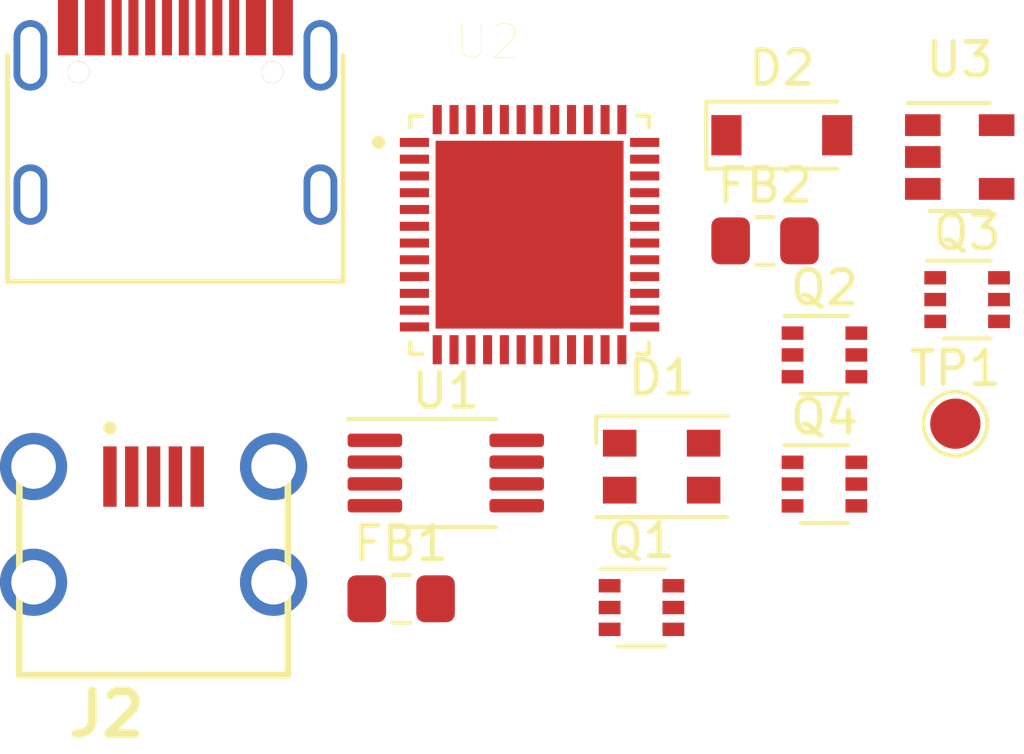
<source format=kicad_pcb>
(kicad_pcb (version 20171130) (host pcbnew "(5.1.9)-1")

  (general
    (thickness 0.8)
    (drawings 0)
    (tracks 0)
    (zones 0)
    (modules 14)
    (nets 62)
  )

  (page A4)
  (title_block
    (date "sam. 04 avril 2015")
  )

  (layers
    (0 F.Cu signal)
    (1 In1.Cu signal)
    (2 In2.Cu signal)
    (31 B.Cu signal)
    (32 B.Adhes user)
    (33 F.Adhes user)
    (34 B.Paste user)
    (35 F.Paste user)
    (36 B.SilkS user)
    (37 F.SilkS user)
    (38 B.Mask user)
    (39 F.Mask user)
    (40 Dwgs.User user)
    (41 Cmts.User user)
    (42 Eco1.User user)
    (43 Eco2.User user)
    (44 Edge.Cuts user)
    (45 Margin user)
    (46 B.CrtYd user)
    (47 F.CrtYd user)
    (48 B.Fab user)
    (49 F.Fab user)
  )

  (setup
    (last_trace_width 0.15)
    (user_trace_width 0.089)
    (user_trace_width 0.1)
    (user_trace_width 0.12)
    (user_trace_width 0.15)
    (user_trace_width 0.2)
    (user_trace_width 0.25)
    (user_trace_width 0.3)
    (user_trace_width 0.8)
    (trace_clearance 0.089)
    (zone_clearance 0.12)
    (zone_45_only yes)
    (trace_min 0.089)
    (via_size 0.5)
    (via_drill 0.2)
    (via_min_size 0.5)
    (via_min_drill 0.2)
    (user_via 0.5 0.2)
    (uvia_size 0.3)
    (uvia_drill 0.1)
    (uvias_allowed no)
    (uvia_min_size 0.2)
    (uvia_min_drill 0.1)
    (edge_width 0.1)
    (segment_width 0.1)
    (pcb_text_width 0.3)
    (pcb_text_size 1.5 1.5)
    (mod_edge_width 0.15)
    (mod_text_size 0 0)
    (mod_text_width 0)
    (pad_size 3 3)
    (pad_drill 1)
    (pad_to_mask_clearance 0.025)
    (solder_mask_min_width 0.05)
    (pad_to_paste_clearance -0.01)
    (aux_axis_origin 121.5 101.2)
    (grid_origin 121.5 101.2)
    (visible_elements 7FFFFF9F)
    (pcbplotparams
      (layerselection 0x010fc_ffffffff)
      (usegerberextensions true)
      (usegerberattributes false)
      (usegerberadvancedattributes false)
      (creategerberjobfile false)
      (excludeedgelayer true)
      (linewidth 0.100000)
      (plotframeref false)
      (viasonmask false)
      (mode 1)
      (useauxorigin true)
      (hpglpennumber 1)
      (hpglpenspeed 20)
      (hpglpendiameter 15.000000)
      (psnegative false)
      (psa4output false)
      (plotreference false)
      (plotvalue false)
      (plotinvisibletext false)
      (padsonsilk false)
      (subtractmaskfromsilk false)
      (outputformat 1)
      (mirror false)
      (drillshape 0)
      (scaleselection 1)
      (outputdirectory "output/gerber"))
  )

  (net 0 "")
  (net 1 GND)
  (net 2 +3V3)
  (net 3 /USB_B_D_P)
  (net 4 /USB_B_D_N)
  (net 5 "Net-(Q2-Pad6)")
  (net 6 /CC1_TX_EN)
  (net 7 /CC1_TX_DATA)
  (net 8 "Net-(Q2-Pad3)")
  (net 9 /CC2_TX_EN)
  (net 10 /CC2_TX_DATA)
  (net 11 "Net-(Q3-Pad3)")
  (net 12 /BOOT)
  (net 13 /USB_B_ID)
  (net 14 /CC1_RP3A0)
  (net 15 /CC1_RA)
  (net 16 /CC2_RA)
  (net 17 /CC1_RP1A5)
  (net 18 /CC2_RP1A5)
  (net 19 /CC1_RD)
  (net 20 /CC2_RD)
  (net 21 /CC1_RPUSB)
  (net 22 /CC2_RPUSB)
  (net 23 /VBUS_ALERT_L)
  (net 24 /SDA)
  (net 25 /SCL)
  (net 26 /CC2_BUF)
  (net 27 /CC1_BUF)
  (net 28 /TX_CLKOUT)
  (net 29 /UART_RX)
  (net 30 /UART_TX)
  (net 31 /LED_B_L)
  (net 32 /LED_R_L)
  (net 33 /LED_G_L)
  (net 34 /TX_CLKIN)
  (net 35 /DAC)
  (net 36 /NRST)
  (net 37 /OSC_OUT)
  (net 38 /OSC_IN)
  (net 39 "Net-(D1-Pad2)")
  (net 40 "Net-(D1-Pad3)")
  (net 41 "Net-(D1-Pad4)")
  (net 42 "Net-(D2-Pad1)")
  (net 43 "Net-(C4-Pad1)")
  (net 44 "Net-(C8-Pad1)")
  (net 45 /CC2_RECEP)
  (net 46 /SBUS2)
  (net 47 /USBC_D+)
  (net 48 /USBC_D-)
  (net 49 /CC1_RECEP)
  (net 50 /SBUS1)
  (net 51 /VBUS_RECEP)
  (net 52 "Net-(Q1-Pad6)")
  (net 53 /CC1)
  (net 54 "Net-(Q1-Pad5)")
  (net 55 /CC2)
  (net 56 "Net-(Q3-Pad2)")
  (net 57 "Net-(U2-Pad4)")
  (net 58 "Net-(U2-Pad19)")
  (net 59 "Net-(U2-Pad18)")
  (net 60 /VCONN_ALERT_L)
  (net 61 "Net-(U3-Pad4)")

  (net_class Default "This is the default net class."
    (clearance 0.089)
    (trace_width 0.15)
    (via_dia 0.5)
    (via_drill 0.2)
    (uvia_dia 0.3)
    (uvia_drill 0.1)
    (diff_pair_width 0.115)
    (diff_pair_gap 0.127)
    (add_net +3V3)
    (add_net /BOOT)
    (add_net /CC1)
    (add_net /CC1_BUF)
    (add_net /CC1_RA)
    (add_net /CC1_RD)
    (add_net /CC1_RECEP)
    (add_net /CC1_RP1A5)
    (add_net /CC1_RP3A0)
    (add_net /CC1_RPUSB)
    (add_net /CC1_TX_DATA)
    (add_net /CC1_TX_EN)
    (add_net /CC2)
    (add_net /CC2_BUF)
    (add_net /CC2_RA)
    (add_net /CC2_RD)
    (add_net /CC2_RECEP)
    (add_net /CC2_RP1A5)
    (add_net /CC2_RPUSB)
    (add_net /CC2_TX_DATA)
    (add_net /CC2_TX_EN)
    (add_net /DAC)
    (add_net /LED_B_L)
    (add_net /LED_G_L)
    (add_net /LED_R_L)
    (add_net /NRST)
    (add_net /OSC_IN)
    (add_net /OSC_OUT)
    (add_net /SBUS1)
    (add_net /SBUS2)
    (add_net /SCL)
    (add_net /SDA)
    (add_net /TX_CLKIN)
    (add_net /TX_CLKOUT)
    (add_net /UART_RX)
    (add_net /UART_TX)
    (add_net /USBC_D+)
    (add_net /USBC_D-)
    (add_net /USB_B_D_N)
    (add_net /USB_B_D_P)
    (add_net /USB_B_ID)
    (add_net /VBUS_ALERT_L)
    (add_net /VBUS_RECEP)
    (add_net /VCONN_ALERT_L)
    (add_net GND)
    (add_net "Net-(C4-Pad1)")
    (add_net "Net-(C8-Pad1)")
    (add_net "Net-(D1-Pad2)")
    (add_net "Net-(D1-Pad3)")
    (add_net "Net-(D1-Pad4)")
    (add_net "Net-(D2-Pad1)")
    (add_net "Net-(Q1-Pad5)")
    (add_net "Net-(Q1-Pad6)")
    (add_net "Net-(Q2-Pad3)")
    (add_net "Net-(Q2-Pad6)")
    (add_net "Net-(Q3-Pad2)")
    (add_net "Net-(Q3-Pad3)")
    (add_net "Net-(U2-Pad18)")
    (add_net "Net-(U2-Pad19)")
    (add_net "Net-(U2-Pad4)")
    (add_net "Net-(U3-Pad4)")
  )

  (module Package_TO_SOT_SMD:SOT-23-5 (layer F.Cu) (tedit 5A02FF57) (tstamp 60395A5B)
    (at 164.59126 82.18084)
    (descr "5-pin SOT23 package")
    (tags SOT-23-5)
    (path /626CB42B)
    (attr smd)
    (fp_text reference U3 (at 0 -2.9) (layer F.SilkS)
      (effects (font (size 1 1) (thickness 0.15)))
    )
    (fp_text value AP2112K (at 0 2.9) (layer F.Fab)
      (effects (font (size 1 1) (thickness 0.15)))
    )
    (fp_text user %R (at 0 0 90) (layer F.Fab)
      (effects (font (size 0.5 0.5) (thickness 0.075)))
    )
    (fp_line (start -0.9 1.61) (end 0.9 1.61) (layer F.SilkS) (width 0.12))
    (fp_line (start 0.9 -1.61) (end -1.55 -1.61) (layer F.SilkS) (width 0.12))
    (fp_line (start -1.9 -1.8) (end 1.9 -1.8) (layer F.CrtYd) (width 0.05))
    (fp_line (start 1.9 -1.8) (end 1.9 1.8) (layer F.CrtYd) (width 0.05))
    (fp_line (start 1.9 1.8) (end -1.9 1.8) (layer F.CrtYd) (width 0.05))
    (fp_line (start -1.9 1.8) (end -1.9 -1.8) (layer F.CrtYd) (width 0.05))
    (fp_line (start -0.9 -0.9) (end -0.25 -1.55) (layer F.Fab) (width 0.1))
    (fp_line (start 0.9 -1.55) (end -0.25 -1.55) (layer F.Fab) (width 0.1))
    (fp_line (start -0.9 -0.9) (end -0.9 1.55) (layer F.Fab) (width 0.1))
    (fp_line (start 0.9 1.55) (end -0.9 1.55) (layer F.Fab) (width 0.1))
    (fp_line (start 0.9 -1.55) (end 0.9 1.55) (layer F.Fab) (width 0.1))
    (pad 5 smd rect (at 1.1 -0.95) (size 1.06 0.65) (layers F.Cu F.Paste F.Mask)
      (net 2 +3V3))
    (pad 4 smd rect (at 1.1 0.95) (size 1.06 0.65) (layers F.Cu F.Paste F.Mask)
      (net 61 "Net-(U3-Pad4)"))
    (pad 3 smd rect (at -1.1 0.95) (size 1.06 0.65) (layers F.Cu F.Paste F.Mask)
      (net 44 "Net-(C8-Pad1)"))
    (pad 2 smd rect (at -1.1 0) (size 1.06 0.65) (layers F.Cu F.Paste F.Mask)
      (net 1 GND))
    (pad 1 smd rect (at -1.1 -0.95) (size 1.06 0.65) (layers F.Cu F.Paste F.Mask)
      (net 44 "Net-(C8-Pad1)"))
    (model ${KISYS3DMOD}/Package_TO_SOT_SMD.3dshapes/SOT-23-5.wrl
      (at (xyz 0 0 0))
      (scale (xyz 1 1 1))
      (rotate (xyz 0 0 0))
    )
  )

  (module "QFN50P700X700X60-49N(1):QFN50P700X700X60-49N" (layer F.Cu) (tedit 60343ADC) (tstamp 60395A46)
    (at 151.77626 84.49584)
    (path /5CA258F0)
    (fp_text reference U2 (at -1.245 -5.75) (layer F.SilkS)
      (effects (font (size 1 1) (thickness 0.015)))
    )
    (fp_text value STM32F072CBUx (at 8.28 5.75) (layer F.Fab)
      (effects (font (size 1 1) (thickness 0.015)))
    )
    (fp_poly (pts (xy -2.29 -2.29) (xy -0.51 -2.29) (xy -0.51 -0.51) (xy -2.29 -0.51)) (layer F.Paste) (width 0.01))
    (fp_poly (pts (xy 0.51 -2.29) (xy 2.29 -2.29) (xy 2.29 -0.51) (xy 0.51 -0.51)) (layer F.Paste) (width 0.01))
    (fp_poly (pts (xy -2.29 0.51) (xy -0.51 0.51) (xy -0.51 2.29) (xy -2.29 2.29)) (layer F.Paste) (width 0.01))
    (fp_poly (pts (xy 0.51 0.51) (xy 2.29 0.51) (xy 2.29 2.29) (xy 0.51 2.29)) (layer F.Paste) (width 0.01))
    (fp_circle (center -4.5 -2.75) (end -4.4 -2.75) (layer F.SilkS) (width 0.2))
    (fp_circle (center -4.5 -2.75) (end -4.4 -2.75) (layer F.Fab) (width 0.2))
    (fp_line (start 3.55 3.55) (end -3.55 3.55) (layer F.Fab) (width 0.127))
    (fp_line (start 3.55 -3.55) (end -3.55 -3.55) (layer F.Fab) (width 0.127))
    (fp_line (start 3.55 3.55) (end 3.55 -3.55) (layer F.Fab) (width 0.127))
    (fp_line (start -3.55 3.55) (end -3.55 -3.55) (layer F.Fab) (width 0.127))
    (fp_line (start 3.55 3.55) (end 3.205 3.55) (layer F.SilkS) (width 0.127))
    (fp_line (start 3.55 -3.55) (end 3.205 -3.55) (layer F.SilkS) (width 0.127))
    (fp_line (start -3.55 3.55) (end -3.205 3.55) (layer F.SilkS) (width 0.127))
    (fp_line (start -3.55 -3.55) (end -3.205 -3.55) (layer F.SilkS) (width 0.127))
    (fp_line (start 3.55 3.55) (end 3.55 3.205) (layer F.SilkS) (width 0.127))
    (fp_line (start 3.55 -3.55) (end 3.55 -3.205) (layer F.SilkS) (width 0.127))
    (fp_line (start -3.55 3.55) (end -3.55 3.205) (layer F.SilkS) (width 0.127))
    (fp_line (start -3.55 -3.55) (end -3.55 -3.205) (layer F.SilkS) (width 0.127))
    (fp_line (start -4.115 4.115) (end 4.115 4.115) (layer F.CrtYd) (width 0.05))
    (fp_line (start -4.115 -4.115) (end 4.115 -4.115) (layer F.CrtYd) (width 0.05))
    (fp_line (start -4.115 4.115) (end -4.115 -4.115) (layer F.CrtYd) (width 0.05))
    (fp_line (start 4.115 4.115) (end 4.115 -4.115) (layer F.CrtYd) (width 0.05))
    (pad 49 smd rect (at 0 0) (size 5.6 5.6) (layers F.Cu F.Mask)
      (net 1 GND))
    (pad 36 smd rect (at 3.43 -2.75) (size 0.87 0.27) (layers F.Cu F.Paste F.Mask)
      (net 2 +3V3))
    (pad 35 smd rect (at 3.43 -2.25) (size 0.87 0.27) (layers F.Cu F.Paste F.Mask)
      (net 1 GND))
    (pad 34 smd rect (at 3.43 -1.75) (size 0.87 0.27) (layers F.Cu F.Paste F.Mask)
      (net 6 /CC1_TX_EN))
    (pad 33 smd rect (at 3.43 -1.25) (size 0.87 0.27) (layers F.Cu F.Paste F.Mask)
      (net 3 /USB_B_D_P))
    (pad 32 smd rect (at 3.43 -0.75) (size 0.87 0.27) (layers F.Cu F.Paste F.Mask)
      (net 4 /USB_B_D_N))
    (pad 31 smd rect (at 3.43 -0.25) (size 0.87 0.27) (layers F.Cu F.Paste F.Mask)
      (net 29 /UART_RX))
    (pad 30 smd rect (at 3.43 0.25) (size 0.87 0.27) (layers F.Cu F.Paste F.Mask)
      (net 30 /UART_TX))
    (pad 29 smd rect (at 3.43 0.75) (size 0.87 0.27) (layers F.Cu F.Paste F.Mask)
      (net 16 /CC2_RA))
    (pad 28 smd rect (at 3.43 1.25) (size 0.87 0.27) (layers F.Cu F.Paste F.Mask)
      (net 18 /CC2_RP1A5))
    (pad 27 smd rect (at 3.43 1.75) (size 0.87 0.27) (layers F.Cu F.Paste F.Mask)
      (net 31 /LED_B_L))
    (pad 26 smd rect (at 3.43 2.25) (size 0.87 0.27) (layers F.Cu F.Paste F.Mask)
      (net 20 /CC2_RD))
    (pad 25 smd rect (at 3.43 2.75) (size 0.87 0.27) (layers F.Cu F.Paste F.Mask)
      (net 22 /CC2_RPUSB))
    (pad 12 smd rect (at -3.43 2.75) (size 0.87 0.27) (layers F.Cu F.Paste F.Mask)
      (net 1 GND))
    (pad 11 smd rect (at -3.43 2.25) (size 0.87 0.27) (layers F.Cu F.Paste F.Mask)
      (net 27 /CC1_BUF))
    (pad 10 smd rect (at -3.43 1.75) (size 0.87 0.27) (layers F.Cu F.Paste F.Mask)
      (net 1 GND))
    (pad 9 smd rect (at -3.43 1.25) (size 0.87 0.27) (layers F.Cu F.Paste F.Mask)
      (net 43 "Net-(C4-Pad1)"))
    (pad 8 smd rect (at -3.43 0.75) (size 0.87 0.27) (layers F.Cu F.Paste F.Mask)
      (net 1 GND))
    (pad 7 smd rect (at -3.43 0.25) (size 0.87 0.27) (layers F.Cu F.Paste F.Mask)
      (net 36 /NRST))
    (pad 6 smd rect (at -3.43 -0.25) (size 0.87 0.27) (layers F.Cu F.Paste F.Mask)
      (net 37 /OSC_OUT))
    (pad 5 smd rect (at -3.43 -0.75) (size 0.87 0.27) (layers F.Cu F.Paste F.Mask)
      (net 38 /OSC_IN))
    (pad 4 smd rect (at -3.43 -1.25) (size 0.87 0.27) (layers F.Cu F.Paste F.Mask)
      (net 57 "Net-(U2-Pad4)"))
    (pad 3 smd rect (at -3.43 -1.75) (size 0.87 0.27) (layers F.Cu F.Paste F.Mask)
      (net 14 /CC1_RP3A0))
    (pad 2 smd rect (at -3.43 -2.25) (size 0.87 0.27) (layers F.Cu F.Paste F.Mask)
      (net 9 /CC2_TX_EN))
    (pad 1 smd rect (at -3.43 -2.75) (size 0.87 0.27) (layers F.Cu F.Paste F.Mask)
      (net 2 +3V3))
    (pad 48 smd rect (at -2.75 -3.43) (size 0.27 0.87) (layers F.Cu F.Paste F.Mask)
      (net 2 +3V3))
    (pad 47 smd rect (at -2.25 -3.43) (size 0.27 0.87) (layers F.Cu F.Paste F.Mask)
      (net 1 GND))
    (pad 46 smd rect (at -1.75 -3.43) (size 0.27 0.87) (layers F.Cu F.Paste F.Mask)
      (net 28 /TX_CLKOUT))
    (pad 45 smd rect (at -1.25 -3.43) (size 0.27 0.87) (layers F.Cu F.Paste F.Mask)
      (net 15 /CC1_RA))
    (pad 44 smd rect (at -0.75 -3.43) (size 0.27 0.87) (layers F.Cu F.Paste F.Mask)
      (net 12 /BOOT))
    (pad 43 smd rect (at -0.25 -3.43) (size 0.27 0.87) (layers F.Cu F.Paste F.Mask)
      (net 24 /SDA))
    (pad 42 smd rect (at 0.25 -3.43) (size 0.27 0.87) (layers F.Cu F.Paste F.Mask)
      (net 25 /SCL))
    (pad 41 smd rect (at 0.75 -3.43) (size 0.27 0.87) (layers F.Cu F.Paste F.Mask)
      (net 17 /CC1_RP1A5))
    (pad 40 smd rect (at 1.25 -3.43) (size 0.27 0.87) (layers F.Cu F.Paste F.Mask)
      (net 7 /CC1_TX_DATA))
    (pad 39 smd rect (at 1.75 -3.43) (size 0.27 0.87) (layers F.Cu F.Paste F.Mask)
      (net 19 /CC1_RD))
    (pad 38 smd rect (at 2.25 -3.43) (size 0.27 0.87) (layers F.Cu F.Paste F.Mask)
      (net 14 /CC1_RP3A0))
    (pad 37 smd rect (at 2.75 -3.43) (size 0.27 0.87) (layers F.Cu F.Paste F.Mask)
      (net 21 /CC1_RPUSB))
    (pad 24 smd rect (at 2.75 3.43) (size 0.27 0.87) (layers F.Cu F.Paste F.Mask)
      (net 2 +3V3))
    (pad 23 smd rect (at 2.25 3.43) (size 0.27 0.87) (layers F.Cu F.Paste F.Mask)
      (net 1 GND))
    (pad 22 smd rect (at 1.75 3.43) (size 0.27 0.87) (layers F.Cu F.Paste F.Mask)
      (net 32 /LED_R_L))
    (pad 21 smd rect (at 1.25 3.43) (size 0.27 0.87) (layers F.Cu F.Paste F.Mask)
      (net 33 /LED_G_L))
    (pad 20 smd rect (at 0.75 3.43) (size 0.27 0.87) (layers F.Cu F.Paste F.Mask)
      (net 23 /VBUS_ALERT_L))
    (pad 19 smd rect (at 0.25 3.43) (size 0.27 0.87) (layers F.Cu F.Paste F.Mask)
      (net 58 "Net-(U2-Pad19)"))
    (pad 18 smd rect (at -0.25 3.43) (size 0.27 0.87) (layers F.Cu F.Paste F.Mask)
      (net 59 "Net-(U2-Pad18)"))
    (pad 17 smd rect (at -0.75 3.43) (size 0.27 0.87) (layers F.Cu F.Paste F.Mask)
      (net 60 /VCONN_ALERT_L))
    (pad 16 smd rect (at -1.25 3.43) (size 0.27 0.87) (layers F.Cu F.Paste F.Mask)
      (net 10 /CC2_TX_DATA))
    (pad 15 smd rect (at -1.75 3.43) (size 0.27 0.87) (layers F.Cu F.Paste F.Mask)
      (net 34 /TX_CLKIN))
    (pad 14 smd rect (at -2.25 3.43) (size 0.27 0.87) (layers F.Cu F.Paste F.Mask)
      (net 35 /DAC))
    (pad 13 smd rect (at -2.75 3.43) (size 0.27 0.87) (layers F.Cu F.Paste F.Mask)
      (net 26 /CC2_BUF))
  )

  (module Package_SO:MSOP-8_3x3mm_P0.65mm (layer F.Cu) (tedit 5E509FDD) (tstamp 603959FB)
    (at 149.28126 91.60084)
    (descr "MSOP, 8 Pin (https://www.jedec.org/system/files/docs/mo-187F.pdf variant AA), generated with kicad-footprint-generator ipc_gullwing_generator.py")
    (tags "MSOP SO")
    (path /6173663C)
    (attr smd)
    (fp_text reference U1 (at 0 -2.45) (layer F.SilkS)
      (effects (font (size 1 1) (thickness 0.15)))
    )
    (fp_text value AD8606ARMZ-REEL (at 0 2.45) (layer F.Fab)
      (effects (font (size 1 1) (thickness 0.15)))
    )
    (fp_text user %R (at 0 0) (layer F.Fab)
      (effects (font (size 0.75 0.75) (thickness 0.11)))
    )
    (fp_line (start 0 1.61) (end 1.5 1.61) (layer F.SilkS) (width 0.12))
    (fp_line (start 0 1.61) (end -1.5 1.61) (layer F.SilkS) (width 0.12))
    (fp_line (start 0 -1.61) (end 1.5 -1.61) (layer F.SilkS) (width 0.12))
    (fp_line (start 0 -1.61) (end -2.925 -1.61) (layer F.SilkS) (width 0.12))
    (fp_line (start -0.75 -1.5) (end 1.5 -1.5) (layer F.Fab) (width 0.1))
    (fp_line (start 1.5 -1.5) (end 1.5 1.5) (layer F.Fab) (width 0.1))
    (fp_line (start 1.5 1.5) (end -1.5 1.5) (layer F.Fab) (width 0.1))
    (fp_line (start -1.5 1.5) (end -1.5 -0.75) (layer F.Fab) (width 0.1))
    (fp_line (start -1.5 -0.75) (end -0.75 -1.5) (layer F.Fab) (width 0.1))
    (fp_line (start -3.18 -1.75) (end -3.18 1.75) (layer F.CrtYd) (width 0.05))
    (fp_line (start -3.18 1.75) (end 3.18 1.75) (layer F.CrtYd) (width 0.05))
    (fp_line (start 3.18 1.75) (end 3.18 -1.75) (layer F.CrtYd) (width 0.05))
    (fp_line (start 3.18 -1.75) (end -3.18 -1.75) (layer F.CrtYd) (width 0.05))
    (pad 8 smd roundrect (at 2.1125 -0.975) (size 1.625 0.4) (layers F.Cu F.Paste F.Mask) (roundrect_rratio 0.25))
    (pad 7 smd roundrect (at 2.1125 -0.325) (size 1.625 0.4) (layers F.Cu F.Paste F.Mask) (roundrect_rratio 0.25)
      (net 26 /CC2_BUF))
    (pad 6 smd roundrect (at 2.1125 0.325) (size 1.625 0.4) (layers F.Cu F.Paste F.Mask) (roundrect_rratio 0.25)
      (net 26 /CC2_BUF))
    (pad 5 smd roundrect (at 2.1125 0.975) (size 1.625 0.4) (layers F.Cu F.Paste F.Mask) (roundrect_rratio 0.25)
      (net 55 /CC2))
    (pad 4 smd roundrect (at -2.1125 0.975) (size 1.625 0.4) (layers F.Cu F.Paste F.Mask) (roundrect_rratio 0.25))
    (pad 3 smd roundrect (at -2.1125 0.325) (size 1.625 0.4) (layers F.Cu F.Paste F.Mask) (roundrect_rratio 0.25)
      (net 53 /CC1))
    (pad 2 smd roundrect (at -2.1125 -0.325) (size 1.625 0.4) (layers F.Cu F.Paste F.Mask) (roundrect_rratio 0.25)
      (net 27 /CC1_BUF))
    (pad 1 smd roundrect (at -2.1125 -0.975) (size 1.625 0.4) (layers F.Cu F.Paste F.Mask) (roundrect_rratio 0.25)
      (net 27 /CC1_BUF))
    (model ${KISYS3DMOD}/Package_SO.3dshapes/MSOP-8_3x3mm_P0.65mm.wrl
      (at (xyz 0 0 0))
      (scale (xyz 1 1 1))
      (rotate (xyz 0 0 0))
    )
  )

  (module TestPoint:TestPoint_Pad_D1.5mm (layer F.Cu) (tedit 5A0F774F) (tstamp 603959E1)
    (at 164.46126 90.13084)
    (descr "SMD pad as test Point, diameter 1.5mm")
    (tags "test point SMD pad")
    (path /6069BFA5)
    (attr virtual)
    (fp_text reference TP1 (at 0 -1.648) (layer F.SilkS)
      (effects (font (size 1 1) (thickness 0.15)))
    )
    (fp_text value TestPoint (at 0 1.75) (layer F.Fab)
      (effects (font (size 1 1) (thickness 0.15)))
    )
    (fp_text user %R (at 0 -1.65) (layer F.Fab)
      (effects (font (size 1 1) (thickness 0.15)))
    )
    (fp_circle (center 0 0) (end 1.25 0) (layer F.CrtYd) (width 0.05))
    (fp_circle (center 0 0) (end 0 0.95) (layer F.SilkS) (width 0.12))
    (pad 1 smd circle (at 0 0) (size 1.5 1.5) (layers F.Cu F.Mask)
      (net 36 /NRST))
  )

  (module Package_TO_SOT_SMD:SOT-363_SC-70-6 (layer F.Cu) (tedit 5A02FF57) (tstamp 603959D9)
    (at 160.56126 91.93084)
    (descr "SOT-363, SC-70-6")
    (tags "SOT-363 SC-70-6")
    (path /603A297C)
    (attr smd)
    (fp_text reference Q4 (at 0 -2) (layer F.SilkS)
      (effects (font (size 1 1) (thickness 0.15)))
    )
    (fp_text value BSD840NH6327XTSA1 (at 0 2 180) (layer F.Fab)
      (effects (font (size 1 1) (thickness 0.15)))
    )
    (fp_text user %R (at 0 0 90) (layer F.Fab)
      (effects (font (size 0.5 0.5) (thickness 0.075)))
    )
    (fp_line (start 0.7 -1.16) (end -1.2 -1.16) (layer F.SilkS) (width 0.12))
    (fp_line (start -0.7 1.16) (end 0.7 1.16) (layer F.SilkS) (width 0.12))
    (fp_line (start 1.6 1.4) (end 1.6 -1.4) (layer F.CrtYd) (width 0.05))
    (fp_line (start -1.6 -1.4) (end -1.6 1.4) (layer F.CrtYd) (width 0.05))
    (fp_line (start -1.6 -1.4) (end 1.6 -1.4) (layer F.CrtYd) (width 0.05))
    (fp_line (start 0.675 -1.1) (end -0.175 -1.1) (layer F.Fab) (width 0.1))
    (fp_line (start -0.675 -0.6) (end -0.675 1.1) (layer F.Fab) (width 0.1))
    (fp_line (start -1.6 1.4) (end 1.6 1.4) (layer F.CrtYd) (width 0.05))
    (fp_line (start 0.675 -1.1) (end 0.675 1.1) (layer F.Fab) (width 0.1))
    (fp_line (start 0.675 1.1) (end -0.675 1.1) (layer F.Fab) (width 0.1))
    (fp_line (start -0.175 -1.1) (end -0.675 -0.6) (layer F.Fab) (width 0.1))
    (pad 6 smd rect (at 0.95 -0.65) (size 0.65 0.4) (layers F.Cu F.Paste F.Mask)
      (net 12 /BOOT))
    (pad 4 smd rect (at 0.95 0.65) (size 0.65 0.4) (layers F.Cu F.Paste F.Mask))
    (pad 2 smd rect (at -0.95 0) (size 0.65 0.4) (layers F.Cu F.Paste F.Mask)
      (net 13 /USB_B_ID))
    (pad 5 smd rect (at 0.95 0) (size 0.65 0.4) (layers F.Cu F.Paste F.Mask))
    (pad 3 smd rect (at -0.95 0.65) (size 0.65 0.4) (layers F.Cu F.Paste F.Mask))
    (pad 1 smd rect (at -0.95 -0.65) (size 0.65 0.4) (layers F.Cu F.Paste F.Mask)
      (net 1 GND))
    (model ${KISYS3DMOD}/Package_TO_SOT_SMD.3dshapes/SOT-363_SC-70-6.wrl
      (at (xyz 0 0 0))
      (scale (xyz 1 1 1))
      (rotate (xyz 0 0 0))
    )
  )

  (module Package_TO_SOT_SMD:SOT-363_SC-70-6 (layer F.Cu) (tedit 5A02FF57) (tstamp 603959C3)
    (at 164.81126 86.43084)
    (descr "SOT-363, SC-70-6")
    (tags "SOT-363 SC-70-6")
    (path /61ED81A1)
    (attr smd)
    (fp_text reference Q3 (at 0 -2) (layer F.SilkS)
      (effects (font (size 1 1) (thickness 0.15)))
    )
    (fp_text value BSD840NH6327XTSA1 (at 0 2 180) (layer F.Fab)
      (effects (font (size 1 1) (thickness 0.15)))
    )
    (fp_text user %R (at 0 0 90) (layer F.Fab)
      (effects (font (size 0.5 0.5) (thickness 0.075)))
    )
    (fp_line (start 0.7 -1.16) (end -1.2 -1.16) (layer F.SilkS) (width 0.12))
    (fp_line (start -0.7 1.16) (end 0.7 1.16) (layer F.SilkS) (width 0.12))
    (fp_line (start 1.6 1.4) (end 1.6 -1.4) (layer F.CrtYd) (width 0.05))
    (fp_line (start -1.6 -1.4) (end -1.6 1.4) (layer F.CrtYd) (width 0.05))
    (fp_line (start -1.6 -1.4) (end 1.6 -1.4) (layer F.CrtYd) (width 0.05))
    (fp_line (start 0.675 -1.1) (end -0.175 -1.1) (layer F.Fab) (width 0.1))
    (fp_line (start -0.675 -0.6) (end -0.675 1.1) (layer F.Fab) (width 0.1))
    (fp_line (start -1.6 1.4) (end 1.6 1.4) (layer F.CrtYd) (width 0.05))
    (fp_line (start 0.675 -1.1) (end 0.675 1.1) (layer F.Fab) (width 0.1))
    (fp_line (start 0.675 1.1) (end -0.675 1.1) (layer F.Fab) (width 0.1))
    (fp_line (start -0.175 -1.1) (end -0.675 -0.6) (layer F.Fab) (width 0.1))
    (pad 6 smd rect (at 0.95 -0.65) (size 0.65 0.4) (layers F.Cu F.Paste F.Mask)
      (net 45 /CC2_RECEP))
    (pad 4 smd rect (at 0.95 0.65) (size 0.65 0.4) (layers F.Cu F.Paste F.Mask)
      (net 1 GND))
    (pad 2 smd rect (at -0.95 0) (size 0.65 0.4) (layers F.Cu F.Paste F.Mask)
      (net 56 "Net-(Q3-Pad2)"))
    (pad 5 smd rect (at 0.95 0) (size 0.65 0.4) (layers F.Cu F.Paste F.Mask)
      (net 9 /CC2_TX_EN))
    (pad 3 smd rect (at -0.95 0.65) (size 0.65 0.4) (layers F.Cu F.Paste F.Mask)
      (net 11 "Net-(Q3-Pad3)"))
    (pad 1 smd rect (at -0.95 -0.65) (size 0.65 0.4) (layers F.Cu F.Paste F.Mask)
      (net 55 /CC2))
    (model ${KISYS3DMOD}/Package_TO_SOT_SMD.3dshapes/SOT-363_SC-70-6.wrl
      (at (xyz 0 0 0))
      (scale (xyz 1 1 1))
      (rotate (xyz 0 0 0))
    )
  )

  (module Package_TO_SOT_SMD:SOT-363_SC-70-6 (layer F.Cu) (tedit 5A02FF57) (tstamp 603959AD)
    (at 160.56126 88.08084)
    (descr "SOT-363, SC-70-6")
    (tags "SOT-363 SC-70-6")
    (path /6199D922)
    (attr smd)
    (fp_text reference Q2 (at 0 -2) (layer F.SilkS)
      (effects (font (size 1 1) (thickness 0.15)))
    )
    (fp_text value BSD840NH6327XTSA1 (at 0 2 180) (layer F.Fab)
      (effects (font (size 1 1) (thickness 0.15)))
    )
    (fp_text user %R (at 0 0 90) (layer F.Fab)
      (effects (font (size 0.5 0.5) (thickness 0.075)))
    )
    (fp_line (start 0.7 -1.16) (end -1.2 -1.16) (layer F.SilkS) (width 0.12))
    (fp_line (start -0.7 1.16) (end 0.7 1.16) (layer F.SilkS) (width 0.12))
    (fp_line (start 1.6 1.4) (end 1.6 -1.4) (layer F.CrtYd) (width 0.05))
    (fp_line (start -1.6 -1.4) (end -1.6 1.4) (layer F.CrtYd) (width 0.05))
    (fp_line (start -1.6 -1.4) (end 1.6 -1.4) (layer F.CrtYd) (width 0.05))
    (fp_line (start 0.675 -1.1) (end -0.175 -1.1) (layer F.Fab) (width 0.1))
    (fp_line (start -0.675 -0.6) (end -0.675 1.1) (layer F.Fab) (width 0.1))
    (fp_line (start -1.6 1.4) (end 1.6 1.4) (layer F.CrtYd) (width 0.05))
    (fp_line (start 0.675 -1.1) (end 0.675 1.1) (layer F.Fab) (width 0.1))
    (fp_line (start 0.675 1.1) (end -0.675 1.1) (layer F.Fab) (width 0.1))
    (fp_line (start -0.175 -1.1) (end -0.675 -0.6) (layer F.Fab) (width 0.1))
    (pad 6 smd rect (at 0.95 -0.65) (size 0.65 0.4) (layers F.Cu F.Paste F.Mask)
      (net 5 "Net-(Q2-Pad6)"))
    (pad 4 smd rect (at 0.95 0.65) (size 0.65 0.4) (layers F.Cu F.Paste F.Mask)
      (net 55 /CC2))
    (pad 2 smd rect (at -0.95 0) (size 0.65 0.4) (layers F.Cu F.Paste F.Mask)
      (net 6 /CC1_TX_EN))
    (pad 5 smd rect (at 0.95 0) (size 0.65 0.4) (layers F.Cu F.Paste F.Mask)
      (net 10 /CC2_TX_DATA))
    (pad 3 smd rect (at -0.95 0.65) (size 0.65 0.4) (layers F.Cu F.Paste F.Mask)
      (net 8 "Net-(Q2-Pad3)"))
    (pad 1 smd rect (at -0.95 -0.65) (size 0.65 0.4) (layers F.Cu F.Paste F.Mask)
      (net 1 GND))
    (model ${KISYS3DMOD}/Package_TO_SOT_SMD.3dshapes/SOT-363_SC-70-6.wrl
      (at (xyz 0 0 0))
      (scale (xyz 1 1 1))
      (rotate (xyz 0 0 0))
    )
  )

  (module Package_TO_SOT_SMD:SOT-363_SC-70-6 (layer F.Cu) (tedit 5A02FF57) (tstamp 60395997)
    (at 155.11126 95.61084)
    (descr "SOT-363, SC-70-6")
    (tags "SOT-363 SC-70-6")
    (path /61539F8C)
    (attr smd)
    (fp_text reference Q1 (at 0 -2) (layer F.SilkS)
      (effects (font (size 1 1) (thickness 0.15)))
    )
    (fp_text value BSD840NH6327XTSA1 (at 0 2 180) (layer F.Fab)
      (effects (font (size 1 1) (thickness 0.15)))
    )
    (fp_text user %R (at 0 0 90) (layer F.Fab)
      (effects (font (size 0.5 0.5) (thickness 0.075)))
    )
    (fp_line (start 0.7 -1.16) (end -1.2 -1.16) (layer F.SilkS) (width 0.12))
    (fp_line (start -0.7 1.16) (end 0.7 1.16) (layer F.SilkS) (width 0.12))
    (fp_line (start 1.6 1.4) (end 1.6 -1.4) (layer F.CrtYd) (width 0.05))
    (fp_line (start -1.6 -1.4) (end -1.6 1.4) (layer F.CrtYd) (width 0.05))
    (fp_line (start -1.6 -1.4) (end 1.6 -1.4) (layer F.CrtYd) (width 0.05))
    (fp_line (start 0.675 -1.1) (end -0.175 -1.1) (layer F.Fab) (width 0.1))
    (fp_line (start -0.675 -0.6) (end -0.675 1.1) (layer F.Fab) (width 0.1))
    (fp_line (start -1.6 1.4) (end 1.6 1.4) (layer F.CrtYd) (width 0.05))
    (fp_line (start 0.675 -1.1) (end 0.675 1.1) (layer F.Fab) (width 0.1))
    (fp_line (start 0.675 1.1) (end -0.675 1.1) (layer F.Fab) (width 0.1))
    (fp_line (start -0.175 -1.1) (end -0.675 -0.6) (layer F.Fab) (width 0.1))
    (pad 6 smd rect (at 0.95 -0.65) (size 0.65 0.4) (layers F.Cu F.Paste F.Mask)
      (net 52 "Net-(Q1-Pad6)"))
    (pad 4 smd rect (at 0.95 0.65) (size 0.65 0.4) (layers F.Cu F.Paste F.Mask)
      (net 53 /CC1))
    (pad 2 smd rect (at -0.95 0) (size 0.65 0.4) (layers F.Cu F.Paste F.Mask)
      (net 7 /CC1_TX_DATA))
    (pad 5 smd rect (at 0.95 0) (size 0.65 0.4) (layers F.Cu F.Paste F.Mask)
      (net 54 "Net-(Q1-Pad5)"))
    (pad 3 smd rect (at -0.95 0.65) (size 0.65 0.4) (layers F.Cu F.Paste F.Mask)
      (net 49 /CC1_RECEP))
    (pad 1 smd rect (at -0.95 -0.65) (size 0.65 0.4) (layers F.Cu F.Paste F.Mask)
      (net 53 /CC1))
    (model ${KISYS3DMOD}/Package_TO_SOT_SMD.3dshapes/SOT-363_SC-70-6.wrl
      (at (xyz 0 0 0))
      (scale (xyz 1 1 1))
      (rotate (xyz 0 0 0))
    )
  )

  (module Connectors:U254051N4BH806 (layer F.Cu) (tedit 5DCF1678) (tstamp 60395981)
    (at 140.5754 93.89242)
    (descr U254-051N-4BH806-2)
    (tags Connector)
    (path /5CAB9DC5)
    (fp_text reference J2 (at -1.4 4.9) (layer F.SilkS)
      (effects (font (size 1.27 1.27) (thickness 0.254)))
    )
    (fp_text value USB_B_Micro (at 0 -6.7) (layer F.SilkS) hide
      (effects (font (size 1.27 1.27) (thickness 0.254)))
    )
    (fp_text user %R (at -1.4 4.9) (layer F.Fab)
      (effects (font (size 1.27 1.27) (thickness 0.254)))
    )
    (fp_arc (start -1.299 -3.635) (end -1.299 -3.535) (angle -180) (layer F.SilkS) (width 0.2))
    (fp_arc (start -1.299 -3.635) (end -1.299 -3.735) (angle -180) (layer F.SilkS) (width 0.2))
    (fp_line (start -1.299 -3.735) (end -1.299 -3.735) (layer F.SilkS) (width 0.2))
    (fp_line (start -1.299 -3.535) (end -1.299 -3.535) (layer F.SilkS) (width 0.2))
    (fp_line (start -3.999 3.735) (end -3.999 -2.865) (layer F.SilkS) (width 0.2))
    (fp_line (start 4 3.735) (end -3.999 3.735) (layer F.SilkS) (width 0.2))
    (fp_line (start 4 -2.865) (end 4 3.735) (layer F.SilkS) (width 0.2))
    (fp_line (start -3.999 -2.865) (end 4 -2.865) (layer F.Fab) (width 0.2))
    (pad 1 smd rect (at -1.3 -2.185) (size 0.4 1.8) (layers F.Cu F.Paste F.Mask)
      (net 42 "Net-(D2-Pad1)"))
    (pad 2 smd rect (at -0.65 -2.185) (size 0.4 1.8) (layers F.Cu F.Paste F.Mask)
      (net 4 /USB_B_D_N))
    (pad 3 smd rect (at 0 -2.185) (size 0.4 1.8) (layers F.Cu F.Paste F.Mask)
      (net 3 /USB_B_D_P))
    (pad 4 smd rect (at 0.65 -2.185) (size 0.4 1.8) (layers F.Cu F.Paste F.Mask)
      (net 13 /USB_B_ID))
    (pad 5 smd rect (at 1.3 -2.185) (size 0.4 1.8) (layers F.Cu F.Paste F.Mask)
      (net 1 GND))
    (pad 6 thru_hole circle (at -3.575 0.965) (size 2 2) (drill 1.3285) (layers *.Cu *.Mask)
      (net 1 GND))
    (pad 6 thru_hole circle (at 3.575 0.965) (size 2 2) (drill 1.3285) (layers *.Cu *.Mask)
      (net 1 GND))
    (pad 6 thru_hole circle (at 3.575 -2.485) (size 2 2) (drill 1.3285) (layers *.Cu *.Mask)
      (net 1 GND))
    (pad 6 thru_hole circle (at -3.575 -2.485) (size 2 2) (drill 1.3285) (layers *.Cu *.Mask)
      (net 1 GND))
    (pad MH5 np_thru_hole circle (at -2 -1.165) (size 0.65 0) (drill 0.65) (layers *.Cu *.Mask))
    (pad MH6 np_thru_hole circle (at 2 -1.165) (size 0.65 0) (drill 0.65) (layers *.Cu *.Mask))
    (model U254-051N-4BH806.stp
      (at (xyz 0 0 0))
      (scale (xyz 1 1 1))
      (rotate (xyz 0 0 0))
    )
  )

  (module Connectors:C393939 (layer F.Cu) (tedit 5E24F8B5) (tstamp 60395969)
    (at 141.22564 79.15026)
    (path /5C99EB45)
    (fp_text reference J1 (at -6.9 -2.2) (layer F.SilkS)
      (effects (font (size 1 1) (thickness 0.15)))
    )
    (fp_text value USB_C_Receptacle (at 9.7 -0.9) (layer F.Fab)
      (effects (font (size 1 1) (thickness 0.15)))
    )
    (fp_line (start -5 6.75) (end 5 6.75) (layer F.SilkS) (width 0.15))
    (fp_line (start 5 6.75) (end 5 0) (layer F.SilkS) (width 0.15))
    (fp_line (start -5 0) (end -5 6.75) (layer F.SilkS) (width 0.15))
    (pad B5 smd rect (at 1.75 -0.825) (size 0.3 1.65) (layers F.Cu F.Paste F.Mask)
      (net 45 /CC2_RECEP))
    (pad B8 smd rect (at 1.25 -0.825) (size 0.3 1.65) (layers F.Cu F.Paste F.Mask)
      (net 46 /SBUS2))
    (pad A6 smd rect (at 0.75 -0.825) (size 0.3 1.65) (layers F.Cu F.Paste F.Mask)
      (net 47 /USBC_D+))
    (pad A7 smd rect (at 0.25 -0.825) (size 0.3 1.65) (layers F.Cu F.Paste F.Mask)
      (net 48 /USBC_D-))
    (pad A6 smd rect (at -0.25 -0.825) (size 0.3 1.65) (layers F.Cu F.Paste F.Mask)
      (net 47 /USBC_D+))
    (pad A7 smd rect (at -0.75 -0.825) (size 0.3 1.65) (layers F.Cu F.Paste F.Mask)
      (net 48 /USBC_D-))
    (pad A5 smd rect (at -1.25 -0.825) (size 0.3 1.65) (layers F.Cu F.Paste F.Mask)
      (net 49 /CC1_RECEP))
    (pad A8 smd rect (at -1.75 -0.825) (size 0.3 1.65) (layers F.Cu F.Paste F.Mask)
      (net 50 /SBUS1))
    (pad A4 smd rect (at 2.4 -0.825) (size 0.6 1.65) (layers F.Cu F.Paste F.Mask)
      (net 51 /VBUS_RECEP))
    (pad A4 smd rect (at -2.4 -0.825) (size 0.6 1.65) (layers F.Cu F.Paste F.Mask)
      (net 51 /VBUS_RECEP))
    (pad A1 smd rect (at 3.2 -0.825) (size 0.6 1.65) (layers F.Cu F.Paste F.Mask)
      (net 1 GND))
    (pad A1 smd rect (at -3.2 -0.825) (size 0.6 1.65) (layers F.Cu F.Paste F.Mask)
      (net 1 GND))
    (pad "" thru_hole circle (at 2.89 0.5) (size 0.65 0.65) (drill 0.65) (layers *.Cu *.Mask))
    (pad "" thru_hole circle (at -2.89 0.5) (size 0.65 0.65) (drill 0.65) (layers *.Cu *.Mask))
    (pad S1 thru_hole oval (at 4.32 4.15) (size 1 1.8) (drill oval 0.6 1.4) (layers *.Cu *.Mask)
      (net 1 GND))
    (pad S1 thru_hole oval (at -4.32 4.15) (size 1 1.8) (drill oval 0.6 1.4) (layers *.Cu *.Mask)
      (net 1 GND))
    (pad S1 thru_hole oval (at 4.32 0) (size 1 2.1) (drill oval 0.6 1.7) (layers *.Cu *.Mask)
      (net 1 GND))
    (pad S1 thru_hole oval (at -4.32 0) (size 1 2.1) (drill oval 0.6 1.7) (layers *.Cu *.Mask)
      (net 1 GND))
    (model "${KICAD_EC}/Connectors.pretty/3D/HRO  TYPE-C-31-M-12.step"
      (offset (xyz -4.5 -6.75 0))
      (scale (xyz 1 1 1))
      (rotate (xyz -90 0 0))
    )
  )

  (module Inductor_SMD:L_0805_2012Metric_Pad1.15x1.40mm_HandSolder (layer F.Cu) (tedit 5F68FEF0) (tstamp 60395950)
    (at 158.79126 84.68084)
    (descr "Inductor SMD 0805 (2012 Metric), square (rectangular) end terminal, IPC_7351 nominal with elongated pad for handsoldering. (Body size source: https://docs.google.com/spreadsheets/d/1BsfQQcO9C6DZCsRaXUlFlo91Tg2WpOkGARC1WS5S8t0/edit?usp=sharing), generated with kicad-footprint-generator")
    (tags "inductor handsolder")
    (path /5CABC8A9)
    (attr smd)
    (fp_text reference FB2 (at 0 -1.65) (layer F.SilkS)
      (effects (font (size 1 1) (thickness 0.15)))
    )
    (fp_text value 600Ohms (at 0 1.65) (layer F.Fab)
      (effects (font (size 1 1) (thickness 0.15)))
    )
    (fp_text user %R (at 0 0) (layer F.Fab)
      (effects (font (size 0.5 0.5) (thickness 0.08)))
    )
    (fp_line (start -1 0.6) (end -1 -0.6) (layer F.Fab) (width 0.1))
    (fp_line (start -1 -0.6) (end 1 -0.6) (layer F.Fab) (width 0.1))
    (fp_line (start 1 -0.6) (end 1 0.6) (layer F.Fab) (width 0.1))
    (fp_line (start 1 0.6) (end -1 0.6) (layer F.Fab) (width 0.1))
    (fp_line (start -0.261252 -0.71) (end 0.261252 -0.71) (layer F.SilkS) (width 0.12))
    (fp_line (start -0.261252 0.71) (end 0.261252 0.71) (layer F.SilkS) (width 0.12))
    (fp_line (start -1.85 0.95) (end -1.85 -0.95) (layer F.CrtYd) (width 0.05))
    (fp_line (start -1.85 -0.95) (end 1.85 -0.95) (layer F.CrtYd) (width 0.05))
    (fp_line (start 1.85 -0.95) (end 1.85 0.95) (layer F.CrtYd) (width 0.05))
    (fp_line (start 1.85 0.95) (end -1.85 0.95) (layer F.CrtYd) (width 0.05))
    (pad 2 smd roundrect (at 1.025 0) (size 1.15 1.4) (layers F.Cu F.Paste F.Mask) (roundrect_rratio 0.217391)
      (net 42 "Net-(D2-Pad1)"))
    (pad 1 smd roundrect (at -1.025 0) (size 1.15 1.4) (layers F.Cu F.Paste F.Mask) (roundrect_rratio 0.217391)
      (net 44 "Net-(C8-Pad1)"))
    (model ${KISYS3DMOD}/Inductor_SMD.3dshapes/L_0805_2012Metric.wrl
      (at (xyz 0 0 0))
      (scale (xyz 1 1 1))
      (rotate (xyz 0 0 0))
    )
  )

  (module Inductor_SMD:L_0805_2012Metric_Pad1.15x1.40mm_HandSolder (layer F.Cu) (tedit 5F68FEF0) (tstamp 6039593F)
    (at 147.95126 95.35084)
    (descr "Inductor SMD 0805 (2012 Metric), square (rectangular) end terminal, IPC_7351 nominal with elongated pad for handsoldering. (Body size source: https://docs.google.com/spreadsheets/d/1BsfQQcO9C6DZCsRaXUlFlo91Tg2WpOkGARC1WS5S8t0/edit?usp=sharing), generated with kicad-footprint-generator")
    (tags "inductor handsolder")
    (path /5CB35719)
    (attr smd)
    (fp_text reference FB1 (at 0 -1.65) (layer F.SilkS)
      (effects (font (size 1 1) (thickness 0.15)))
    )
    (fp_text value 600Ohms (at 0 1.65) (layer F.Fab)
      (effects (font (size 1 1) (thickness 0.15)))
    )
    (fp_text user %R (at 0 0) (layer F.Fab)
      (effects (font (size 0.5 0.5) (thickness 0.08)))
    )
    (fp_line (start -1 0.6) (end -1 -0.6) (layer F.Fab) (width 0.1))
    (fp_line (start -1 -0.6) (end 1 -0.6) (layer F.Fab) (width 0.1))
    (fp_line (start 1 -0.6) (end 1 0.6) (layer F.Fab) (width 0.1))
    (fp_line (start 1 0.6) (end -1 0.6) (layer F.Fab) (width 0.1))
    (fp_line (start -0.261252 -0.71) (end 0.261252 -0.71) (layer F.SilkS) (width 0.12))
    (fp_line (start -0.261252 0.71) (end 0.261252 0.71) (layer F.SilkS) (width 0.12))
    (fp_line (start -1.85 0.95) (end -1.85 -0.95) (layer F.CrtYd) (width 0.05))
    (fp_line (start -1.85 -0.95) (end 1.85 -0.95) (layer F.CrtYd) (width 0.05))
    (fp_line (start 1.85 -0.95) (end 1.85 0.95) (layer F.CrtYd) (width 0.05))
    (fp_line (start 1.85 0.95) (end -1.85 0.95) (layer F.CrtYd) (width 0.05))
    (pad 2 smd roundrect (at 1.025 0) (size 1.15 1.4) (layers F.Cu F.Paste F.Mask) (roundrect_rratio 0.217391)
      (net 43 "Net-(C4-Pad1)"))
    (pad 1 smd roundrect (at -1.025 0) (size 1.15 1.4) (layers F.Cu F.Paste F.Mask) (roundrect_rratio 0.217391)
      (net 2 +3V3))
    (model ${KISYS3DMOD}/Inductor_SMD.3dshapes/L_0805_2012Metric.wrl
      (at (xyz 0 0 0))
      (scale (xyz 1 1 1))
      (rotate (xyz 0 0 0))
    )
  )

  (module Diode_SMD:D_SOD-123 (layer F.Cu) (tedit 58645DC7) (tstamp 6039592E)
    (at 159.29126 81.53084)
    (descr SOD-123)
    (tags SOD-123)
    (path /5CABB41B)
    (attr smd)
    (fp_text reference D2 (at 0 -2) (layer F.SilkS)
      (effects (font (size 1 1) (thickness 0.15)))
    )
    (fp_text value 5.6V (at 0 2.1) (layer F.Fab)
      (effects (font (size 1 1) (thickness 0.15)))
    )
    (fp_text user %R (at 0 -2) (layer F.Fab)
      (effects (font (size 1 1) (thickness 0.15)))
    )
    (fp_line (start -2.25 -1) (end -2.25 1) (layer F.SilkS) (width 0.12))
    (fp_line (start 0.25 0) (end 0.75 0) (layer F.Fab) (width 0.1))
    (fp_line (start 0.25 0.4) (end -0.35 0) (layer F.Fab) (width 0.1))
    (fp_line (start 0.25 -0.4) (end 0.25 0.4) (layer F.Fab) (width 0.1))
    (fp_line (start -0.35 0) (end 0.25 -0.4) (layer F.Fab) (width 0.1))
    (fp_line (start -0.35 0) (end -0.35 0.55) (layer F.Fab) (width 0.1))
    (fp_line (start -0.35 0) (end -0.35 -0.55) (layer F.Fab) (width 0.1))
    (fp_line (start -0.75 0) (end -0.35 0) (layer F.Fab) (width 0.1))
    (fp_line (start -1.4 0.9) (end -1.4 -0.9) (layer F.Fab) (width 0.1))
    (fp_line (start 1.4 0.9) (end -1.4 0.9) (layer F.Fab) (width 0.1))
    (fp_line (start 1.4 -0.9) (end 1.4 0.9) (layer F.Fab) (width 0.1))
    (fp_line (start -1.4 -0.9) (end 1.4 -0.9) (layer F.Fab) (width 0.1))
    (fp_line (start -2.35 -1.15) (end 2.35 -1.15) (layer F.CrtYd) (width 0.05))
    (fp_line (start 2.35 -1.15) (end 2.35 1.15) (layer F.CrtYd) (width 0.05))
    (fp_line (start 2.35 1.15) (end -2.35 1.15) (layer F.CrtYd) (width 0.05))
    (fp_line (start -2.35 -1.15) (end -2.35 1.15) (layer F.CrtYd) (width 0.05))
    (fp_line (start -2.25 1) (end 1.65 1) (layer F.SilkS) (width 0.12))
    (fp_line (start -2.25 -1) (end 1.65 -1) (layer F.SilkS) (width 0.12))
    (pad 2 smd rect (at 1.65 0) (size 0.9 1.2) (layers F.Cu F.Paste F.Mask)
      (net 1 GND))
    (pad 1 smd rect (at -1.65 0) (size 0.9 1.2) (layers F.Cu F.Paste F.Mask)
      (net 42 "Net-(D2-Pad1)"))
    (model ${KISYS3DMOD}/Diode_SMD.3dshapes/D_SOD-123.wrl
      (at (xyz 0 0 0))
      (scale (xyz 1 1 1))
      (rotate (xyz 0 0 0))
    )
  )

  (module LED_SMD:LED_Cree-PLCC4_3.2x2.8mm_CCW (layer F.Cu) (tedit 59D415EA) (tstamp 60395915)
    (at 155.71126 91.41084)
    (descr "3.2mm x 2.8mm PLCC4 LED, http://www.cree.com/led-components/media/documents/CLV1AFKB(874).pdf")
    (tags "LED Cree PLCC-4")
    (path /5CA3B268)
    (attr smd)
    (fp_text reference D1 (at 0 -2.65) (layer F.SilkS)
      (effects (font (size 1 1) (thickness 0.15)))
    )
    (fp_text value LED_ARGB (at 0 2.65) (layer F.Fab)
      (effects (font (size 1 1) (thickness 0.15)))
    )
    (fp_text user %R (at 0 0) (layer F.Fab)
      (effects (font (size 0.5 0.5) (thickness 0.075)))
    )
    (fp_circle (center 0 0) (end 1.12 0) (layer F.Fab) (width 0.1))
    (fp_line (start -2.2 -1.75) (end -2.2 1.75) (layer F.CrtYd) (width 0.05))
    (fp_line (start -2.2 1.75) (end 2.2 1.75) (layer F.CrtYd) (width 0.05))
    (fp_line (start 2.2 1.75) (end 2.2 -1.75) (layer F.CrtYd) (width 0.05))
    (fp_line (start 2.2 -1.75) (end -2.2 -1.75) (layer F.CrtYd) (width 0.05))
    (fp_line (start -0.6 -1.4) (end -1.6 -0.4) (layer F.Fab) (width 0.1))
    (fp_line (start -1.6 -1.4) (end -1.6 1.4) (layer F.Fab) (width 0.1))
    (fp_line (start -1.6 1.4) (end 1.6 1.4) (layer F.Fab) (width 0.1))
    (fp_line (start 1.6 1.4) (end 1.6 -1.4) (layer F.Fab) (width 0.1))
    (fp_line (start 1.6 -1.4) (end -1.6 -1.4) (layer F.Fab) (width 0.1))
    (fp_line (start -1.95 -0.7) (end -1.95 -1.5) (layer F.SilkS) (width 0.12))
    (fp_line (start -1.95 -1.5) (end 1.95 -1.5) (layer F.SilkS) (width 0.12))
    (fp_line (start -1.95 1.5) (end 1.95 1.5) (layer F.SilkS) (width 0.12))
    (pad 2 smd rect (at -1.25 0.7) (size 1 0.8) (layers F.Cu F.Paste F.Mask)
      (net 39 "Net-(D1-Pad2)"))
    (pad 3 smd rect (at 1.25 0.7) (size 1 0.8) (layers F.Cu F.Paste F.Mask)
      (net 40 "Net-(D1-Pad3)"))
    (pad 4 smd rect (at 1.25 -0.7) (size 1 0.8) (layers F.Cu F.Paste F.Mask)
      (net 41 "Net-(D1-Pad4)"))
    (pad 1 smd rect (at -1.25 -0.7) (size 1 0.8) (layers F.Cu F.Paste F.Mask)
      (net 2 +3V3))
    (model ${KISYS3DMOD}/LED_SMD.3dshapes/LED_Cree-PLCC4_3.2x2.8mm_CCW.wrl
      (at (xyz 0 0 0))
      (scale (xyz 1 1 1))
      (rotate (xyz 0 0 0))
    )
  )

)

</source>
